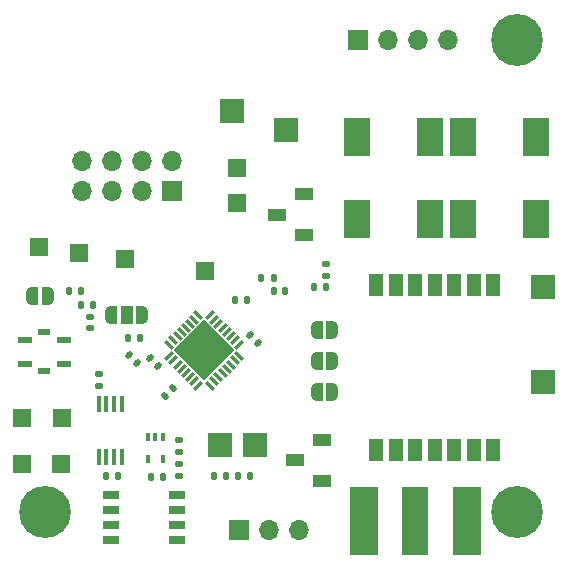
<source format=gbr>
%TF.GenerationSoftware,KiCad,Pcbnew,8.0.2*%
%TF.CreationDate,2024-07-16T11:47:38-07:00*%
%TF.ProjectId,sensor-node-rev-2s,73656e73-6f72-42d6-9e6f-64652d726576,rev?*%
%TF.SameCoordinates,Original*%
%TF.FileFunction,Soldermask,Top*%
%TF.FilePolarity,Negative*%
%FSLAX46Y46*%
G04 Gerber Fmt 4.6, Leading zero omitted, Abs format (unit mm)*
G04 Created by KiCad (PCBNEW 8.0.2) date 2024-07-16 11:47:38*
%MOMM*%
%LPD*%
G01*
G04 APERTURE LIST*
G04 Aperture macros list*
%AMRoundRect*
0 Rectangle with rounded corners*
0 $1 Rounding radius*
0 $2 $3 $4 $5 $6 $7 $8 $9 X,Y pos of 4 corners*
0 Add a 4 corners polygon primitive as box body*
4,1,4,$2,$3,$4,$5,$6,$7,$8,$9,$2,$3,0*
0 Add four circle primitives for the rounded corners*
1,1,$1+$1,$2,$3*
1,1,$1+$1,$4,$5*
1,1,$1+$1,$6,$7*
1,1,$1+$1,$8,$9*
0 Add four rect primitives between the rounded corners*
20,1,$1+$1,$2,$3,$4,$5,0*
20,1,$1+$1,$4,$5,$6,$7,0*
20,1,$1+$1,$6,$7,$8,$9,0*
20,1,$1+$1,$8,$9,$2,$3,0*%
%AMRotRect*
0 Rectangle, with rotation*
0 The origin of the aperture is its center*
0 $1 length*
0 $2 width*
0 $3 Rotation angle, in degrees counterclockwise*
0 Add horizontal line*
21,1,$1,$2,0,0,$3*%
%AMFreePoly0*
4,1,19,0.500000,-0.750000,0.000000,-0.750000,0.000000,-0.744911,-0.071157,-0.744911,-0.207708,-0.704816,-0.327430,-0.627875,-0.420627,-0.520320,-0.479746,-0.390866,-0.500000,-0.250000,-0.500000,0.250000,-0.479746,0.390866,-0.420627,0.520320,-0.327430,0.627875,-0.207708,0.704816,-0.071157,0.744911,0.000000,0.744911,0.000000,0.750000,0.500000,0.750000,0.500000,-0.750000,0.500000,-0.750000,
$1*%
%AMFreePoly1*
4,1,19,0.000000,0.744911,0.071157,0.744911,0.207708,0.704816,0.327430,0.627875,0.420627,0.520320,0.479746,0.390866,0.500000,0.250000,0.500000,-0.250000,0.479746,-0.390866,0.420627,-0.520320,0.327430,-0.627875,0.207708,-0.704816,0.071157,-0.744911,0.000000,-0.744911,0.000000,-0.750000,-0.500000,-0.750000,-0.500000,0.750000,0.000000,0.750000,0.000000,0.744911,0.000000,0.744911,
$1*%
%AMFreePoly2*
4,1,19,0.550000,-0.750000,0.000000,-0.750000,0.000000,-0.744911,-0.071157,-0.744911,-0.207708,-0.704816,-0.327430,-0.627875,-0.420627,-0.520320,-0.479746,-0.390866,-0.500000,-0.250000,-0.500000,0.250000,-0.479746,0.390866,-0.420627,0.520320,-0.327430,0.627875,-0.207708,0.704816,-0.071157,0.744911,0.000000,0.744911,0.000000,0.750000,0.550000,0.750000,0.550000,-0.750000,0.550000,-0.750000,
$1*%
%AMFreePoly3*
4,1,19,0.000000,0.744911,0.071157,0.744911,0.207708,0.704816,0.327430,0.627875,0.420627,0.520320,0.479746,0.390866,0.500000,0.250000,0.500000,-0.250000,0.479746,-0.390866,0.420627,-0.520320,0.327430,-0.627875,0.207708,-0.704816,0.071157,-0.744911,0.000000,-0.744911,0.000000,-0.750000,-0.550000,-0.750000,-0.550000,0.750000,0.000000,0.750000,0.000000,0.744911,0.000000,0.744911,
$1*%
G04 Aperture macros list end*
%ADD10R,2.000000X2.000000*%
%ADD11RoundRect,0.135000X0.185000X-0.135000X0.185000X0.135000X-0.185000X0.135000X-0.185000X-0.135000X0*%
%ADD12RoundRect,0.100000X-0.100000X0.225000X-0.100000X-0.225000X0.100000X-0.225000X0.100000X0.225000X0*%
%ADD13R,1.270000X1.905000*%
%ADD14FreePoly0,0.000000*%
%ADD15FreePoly1,0.000000*%
%ADD16R,1.500000X1.500000*%
%ADD17RoundRect,0.135000X0.135000X0.185000X-0.135000X0.185000X-0.135000X-0.185000X0.135000X-0.185000X0*%
%ADD18RoundRect,0.140000X-0.219203X-0.021213X-0.021213X-0.219203X0.219203X0.021213X0.021213X0.219203X0*%
%ADD19RotRect,0.300000X0.850000X135.000000*%
%ADD20RotRect,0.300000X0.850000X45.000000*%
%ADD21RotRect,3.700000X3.700000X45.000000*%
%ADD22RoundRect,0.140000X-0.021213X0.219203X-0.219203X0.021213X0.021213X-0.219203X0.219203X-0.021213X0*%
%ADD23RoundRect,0.140000X0.219203X0.021213X0.021213X0.219203X-0.219203X-0.021213X-0.021213X-0.219203X0*%
%ADD24R,1.250000X0.600000*%
%ADD25R,1.000000X0.500000*%
%ADD26RoundRect,0.140000X0.140000X0.170000X-0.140000X0.170000X-0.140000X-0.170000X0.140000X-0.170000X0*%
%ADD27RoundRect,0.140000X0.170000X-0.140000X0.170000X0.140000X-0.170000X0.140000X-0.170000X-0.140000X0*%
%ADD28RoundRect,0.147500X0.147500X0.172500X-0.147500X0.172500X-0.147500X-0.172500X0.147500X-0.172500X0*%
%ADD29R,0.450000X1.450000*%
%ADD30RoundRect,0.135000X-0.135000X-0.185000X0.135000X-0.185000X0.135000X0.185000X-0.135000X0.185000X0*%
%ADD31RoundRect,0.147500X-0.147500X-0.172500X0.147500X-0.172500X0.147500X0.172500X-0.147500X0.172500X0*%
%ADD32R,2.300000X3.200000*%
%ADD33RoundRect,0.135000X-0.185000X0.135000X-0.185000X-0.135000X0.185000X-0.135000X0.185000X0.135000X0*%
%ADD34R,1.700000X1.700000*%
%ADD35O,1.700000X1.700000*%
%ADD36C,4.400000*%
%ADD37R,2.286000X5.842000*%
%ADD38R,2.413000X5.842000*%
%ADD39FreePoly2,0.000000*%
%ADD40R,1.000000X1.500000*%
%ADD41FreePoly3,0.000000*%
%ADD42R,1.600000X1.000000*%
%ADD43R,1.450000X0.700000*%
G04 APERTURE END LIST*
D10*
%TO.C,TP18*%
X120650000Y-121400000D03*
%TD*%
D11*
%TO.C,R11*%
X89900000Y-137410000D03*
X89900000Y-136390000D03*
%TD*%
D12*
%TO.C,U4*%
X88500000Y-134115000D03*
X87850000Y-134115000D03*
X87200000Y-134115000D03*
X87200000Y-136015000D03*
X88500000Y-136015000D03*
%TD*%
D13*
%TO.C,PS1*%
X106577000Y-135254000D03*
X108228000Y-135254000D03*
X109879000Y-135254000D03*
X111530000Y-135254000D03*
X113181000Y-135254000D03*
X114832000Y-135254000D03*
X116483000Y-135254000D03*
X116483000Y-121284000D03*
X114832000Y-121284000D03*
X113181000Y-121284000D03*
X111530000Y-121284000D03*
X109879000Y-121284000D03*
X108228000Y-121284000D03*
X106577000Y-121284000D03*
%TD*%
D14*
%TO.C,JP9*%
X101550000Y-130300000D03*
D15*
X102850000Y-130300000D03*
%TD*%
D10*
%TO.C,TP17*%
X94325000Y-106525000D03*
%TD*%
D16*
%TO.C,TP11*%
X76600000Y-136400000D03*
%TD*%
D17*
%TO.C,R13*%
X84710000Y-137445000D03*
X83690000Y-137445000D03*
%TD*%
D16*
%TO.C,TP1*%
X92060000Y-120060000D03*
%TD*%
D18*
%TO.C,C4*%
X95900589Y-125450589D03*
X96579411Y-126129411D03*
%TD*%
D17*
%TO.C,R5*%
X82560000Y-122950000D03*
X81540000Y-122950000D03*
%TD*%
D11*
%TO.C,R14*%
X89900000Y-135390000D03*
X89900000Y-134370000D03*
%TD*%
D19*
%TO.C,U1*%
X89030152Y-127294975D03*
X89383705Y-127648528D03*
X89737258Y-128002082D03*
X90090812Y-128355635D03*
X90444365Y-128709188D03*
X90797918Y-129062742D03*
X91151472Y-129416295D03*
X91505025Y-129769848D03*
D20*
X92494975Y-129769848D03*
X92848528Y-129416295D03*
X93202082Y-129062742D03*
X93555635Y-128709188D03*
X93909188Y-128355635D03*
X94262742Y-128002082D03*
X94616295Y-127648528D03*
X94969848Y-127294975D03*
D19*
X94969848Y-126305025D03*
X94616295Y-125951472D03*
X94262742Y-125597918D03*
X93909188Y-125244365D03*
X93555635Y-124890812D03*
X93202082Y-124537258D03*
X92848528Y-124183705D03*
X92494975Y-123830152D03*
D20*
X91505025Y-123830152D03*
X91151472Y-124183705D03*
X90797918Y-124537258D03*
X90444365Y-124890812D03*
X90090812Y-125244365D03*
X89737258Y-125597918D03*
X89383705Y-125951472D03*
X89030152Y-126305025D03*
D21*
X92000000Y-126800000D03*
%TD*%
D22*
%TO.C,C2*%
X89389411Y-130010589D03*
X88710589Y-130689411D03*
%TD*%
D23*
%TO.C,C3*%
X88079411Y-128129411D03*
X87400589Y-127450589D03*
%TD*%
D24*
%TO.C,S4*%
X76835000Y-125910000D03*
X80085000Y-125910000D03*
X76835000Y-127910000D03*
X80085000Y-127910000D03*
D25*
X78460000Y-125260000D03*
X78460000Y-128560000D03*
%TD*%
D26*
%TO.C,C23*%
X88480000Y-137500000D03*
X87520000Y-137500000D03*
%TD*%
D27*
%TO.C,C24*%
X83050000Y-129780000D03*
X83050000Y-128820000D03*
%TD*%
D14*
%TO.C,JP5*%
X101550000Y-125100000D03*
D15*
X102850000Y-125100000D03*
%TD*%
D17*
%TO.C,R1*%
X86535000Y-125775000D03*
X85515000Y-125775000D03*
%TD*%
D16*
%TO.C,TP6*%
X78000000Y-118000000D03*
%TD*%
%TO.C,TP9*%
X76600000Y-132500000D03*
%TD*%
%TO.C,TP3*%
X94760000Y-114300000D03*
%TD*%
D28*
%TO.C,D1*%
X98835000Y-121800000D03*
X97865000Y-121800000D03*
%TD*%
D29*
%TO.C,IC2*%
X83050000Y-135815000D03*
X83700000Y-135815000D03*
X84350000Y-135815000D03*
X85000000Y-135815000D03*
X85000000Y-131365000D03*
X84350000Y-131365000D03*
X83700000Y-131365000D03*
X83050000Y-131365000D03*
%TD*%
D30*
%TO.C,R2*%
X101290000Y-121400000D03*
X102310000Y-121400000D03*
%TD*%
D16*
%TO.C,TP12*%
X79950000Y-132500000D03*
%TD*%
%TO.C,TP5*%
X81350000Y-118525000D03*
%TD*%
D30*
%TO.C,R4*%
X96840000Y-120650000D03*
X97860000Y-120650000D03*
%TD*%
D31*
%TO.C,D2*%
X80565000Y-121750000D03*
X81535000Y-121750000D03*
%TD*%
D10*
%TO.C,TP16*%
X120700000Y-129500000D03*
%TD*%
D32*
%TO.C,C8*%
X113900000Y-115700000D03*
X120100000Y-115700000D03*
%TD*%
D14*
%TO.C,JP6*%
X101550000Y-127700000D03*
D15*
X102850000Y-127700000D03*
%TD*%
D33*
%TO.C,R3*%
X102300000Y-119490000D03*
X102300000Y-120510000D03*
%TD*%
D10*
%TO.C,TP14*%
X96300000Y-134800000D03*
%TD*%
D34*
%TO.C,J2*%
X105000000Y-100500000D03*
D35*
X107540000Y-100500000D03*
X110080000Y-100500000D03*
X112620000Y-100500000D03*
%TD*%
D30*
%TO.C,R10*%
X94590000Y-122500000D03*
X95610000Y-122500000D03*
%TD*%
D32*
%TO.C,C6*%
X111100000Y-115700000D03*
X104900000Y-115700000D03*
%TD*%
D17*
%TO.C,R6*%
X93810000Y-137400000D03*
X92790000Y-137400000D03*
%TD*%
D32*
%TO.C,C5*%
X111100000Y-108700000D03*
X104900000Y-108700000D03*
%TD*%
D16*
%TO.C,TP2*%
X85250000Y-119030000D03*
%TD*%
D36*
%TO.C,H3*%
X118500000Y-100500000D03*
%TD*%
D27*
%TO.C,C22*%
X82300000Y-124930000D03*
X82300000Y-123970000D03*
%TD*%
D16*
%TO.C,TP4*%
X94750000Y-111380000D03*
%TD*%
D36*
%TO.C,H4*%
X118500000Y-140500000D03*
%TD*%
D37*
%TO.C,J3*%
X109875000Y-141235600D03*
D38*
X114256500Y-141235600D03*
X105493500Y-141235600D03*
%TD*%
D32*
%TO.C,C1*%
X113900000Y-108700000D03*
X120100000Y-108700000D03*
%TD*%
D35*
%TO.C,nRF24L01+*%
X89280000Y-110770000D03*
X86740000Y-110770000D03*
X84200000Y-110770000D03*
X81660000Y-110770000D03*
X81660000Y-113310000D03*
X84200000Y-113310000D03*
X86740000Y-113310000D03*
D34*
X89280000Y-113310000D03*
%TD*%
D23*
%TO.C,C7*%
X86339411Y-127839411D03*
X85660589Y-127160589D03*
%TD*%
D39*
%TO.C,JP2*%
X84125000Y-123825000D03*
D40*
X85425000Y-123825000D03*
D41*
X86725000Y-123825000D03*
%TD*%
D16*
%TO.C,TP10*%
X79900000Y-136400000D03*
%TD*%
D34*
%TO.C,J4*%
X94920000Y-142000000D03*
D35*
X97460000Y-142000000D03*
X100000000Y-142000000D03*
%TD*%
D10*
%TO.C,TP13*%
X93300000Y-134800000D03*
%TD*%
D42*
%TO.C,S1*%
X101950000Y-137850000D03*
X99650000Y-136100000D03*
X101950000Y-134350000D03*
%TD*%
D36*
%TO.C,H2*%
X78500000Y-140500000D03*
%TD*%
D10*
%TO.C,TP15*%
X98900000Y-108100000D03*
%TD*%
D43*
%TO.C,IC1*%
X84100000Y-139045000D03*
X84100000Y-140315000D03*
X84100000Y-141585000D03*
X84100000Y-142855000D03*
X89700000Y-142855000D03*
X89700000Y-141585000D03*
X89700000Y-140315000D03*
X89700000Y-139045000D03*
%TD*%
D42*
%TO.C,S5*%
X100450000Y-117050000D03*
X98150000Y-115300000D03*
X100450000Y-113550000D03*
%TD*%
D14*
%TO.C,JP1*%
X77450000Y-122200000D03*
D15*
X78750000Y-122200000D03*
%TD*%
D17*
%TO.C,R7*%
X95910000Y-137400000D03*
X94890000Y-137400000D03*
%TD*%
M02*

</source>
